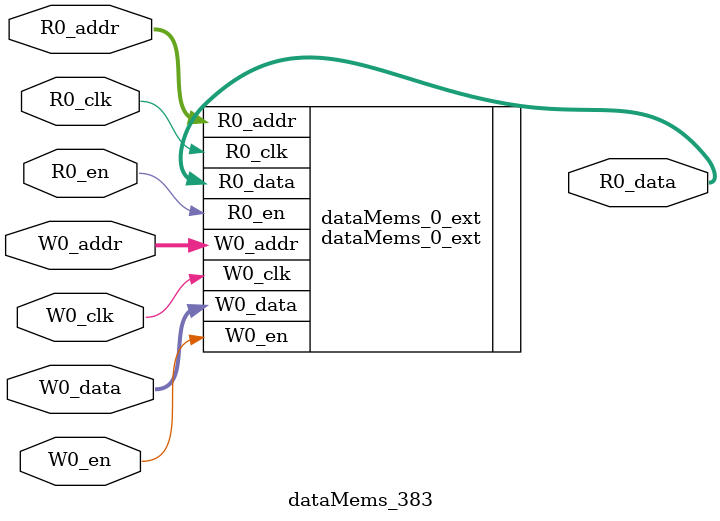
<source format=sv>
`ifndef RANDOMIZE
  `ifdef RANDOMIZE_REG_INIT
    `define RANDOMIZE
  `endif // RANDOMIZE_REG_INIT
`endif // not def RANDOMIZE
`ifndef RANDOMIZE
  `ifdef RANDOMIZE_MEM_INIT
    `define RANDOMIZE
  `endif // RANDOMIZE_MEM_INIT
`endif // not def RANDOMIZE

`ifndef RANDOM
  `define RANDOM $random
`endif // not def RANDOM

// Users can define 'PRINTF_COND' to add an extra gate to prints.
`ifndef PRINTF_COND_
  `ifdef PRINTF_COND
    `define PRINTF_COND_ (`PRINTF_COND)
  `else  // PRINTF_COND
    `define PRINTF_COND_ 1
  `endif // PRINTF_COND
`endif // not def PRINTF_COND_

// Users can define 'ASSERT_VERBOSE_COND' to add an extra gate to assert error printing.
`ifndef ASSERT_VERBOSE_COND_
  `ifdef ASSERT_VERBOSE_COND
    `define ASSERT_VERBOSE_COND_ (`ASSERT_VERBOSE_COND)
  `else  // ASSERT_VERBOSE_COND
    `define ASSERT_VERBOSE_COND_ 1
  `endif // ASSERT_VERBOSE_COND
`endif // not def ASSERT_VERBOSE_COND_

// Users can define 'STOP_COND' to add an extra gate to stop conditions.
`ifndef STOP_COND_
  `ifdef STOP_COND
    `define STOP_COND_ (`STOP_COND)
  `else  // STOP_COND
    `define STOP_COND_ 1
  `endif // STOP_COND
`endif // not def STOP_COND_

// Users can define INIT_RANDOM as general code that gets injected into the
// initializer block for modules with registers.
`ifndef INIT_RANDOM
  `define INIT_RANDOM
`endif // not def INIT_RANDOM

// If using random initialization, you can also define RANDOMIZE_DELAY to
// customize the delay used, otherwise 0.002 is used.
`ifndef RANDOMIZE_DELAY
  `define RANDOMIZE_DELAY 0.002
`endif // not def RANDOMIZE_DELAY

// Define INIT_RANDOM_PROLOG_ for use in our modules below.
`ifndef INIT_RANDOM_PROLOG_
  `ifdef RANDOMIZE
    `ifdef VERILATOR
      `define INIT_RANDOM_PROLOG_ `INIT_RANDOM
    `else  // VERILATOR
      `define INIT_RANDOM_PROLOG_ `INIT_RANDOM #`RANDOMIZE_DELAY begin end
    `endif // VERILATOR
  `else  // RANDOMIZE
    `define INIT_RANDOM_PROLOG_
  `endif // RANDOMIZE
`endif // not def INIT_RANDOM_PROLOG_

// Include register initializers in init blocks unless synthesis is set
`ifndef SYNTHESIS
  `ifndef ENABLE_INITIAL_REG_
    `define ENABLE_INITIAL_REG_
  `endif // not def ENABLE_INITIAL_REG_
`endif // not def SYNTHESIS

// Include rmemory initializers in init blocks unless synthesis is set
`ifndef SYNTHESIS
  `ifndef ENABLE_INITIAL_MEM_
    `define ENABLE_INITIAL_MEM_
  `endif // not def ENABLE_INITIAL_MEM_
`endif // not def SYNTHESIS

module dataMems_383(	// @[generators/ara/src/main/scala/UnsafeAXI4ToTL.scala:365:62]
  input  [4:0]  R0_addr,
  input         R0_en,
  input         R0_clk,
  output [66:0] R0_data,
  input  [4:0]  W0_addr,
  input         W0_en,
  input         W0_clk,
  input  [66:0] W0_data
);

  dataMems_0_ext dataMems_0_ext (	// @[generators/ara/src/main/scala/UnsafeAXI4ToTL.scala:365:62]
    .R0_addr (R0_addr),
    .R0_en   (R0_en),
    .R0_clk  (R0_clk),
    .R0_data (R0_data),
    .W0_addr (W0_addr),
    .W0_en   (W0_en),
    .W0_clk  (W0_clk),
    .W0_data (W0_data)
  );
endmodule


</source>
